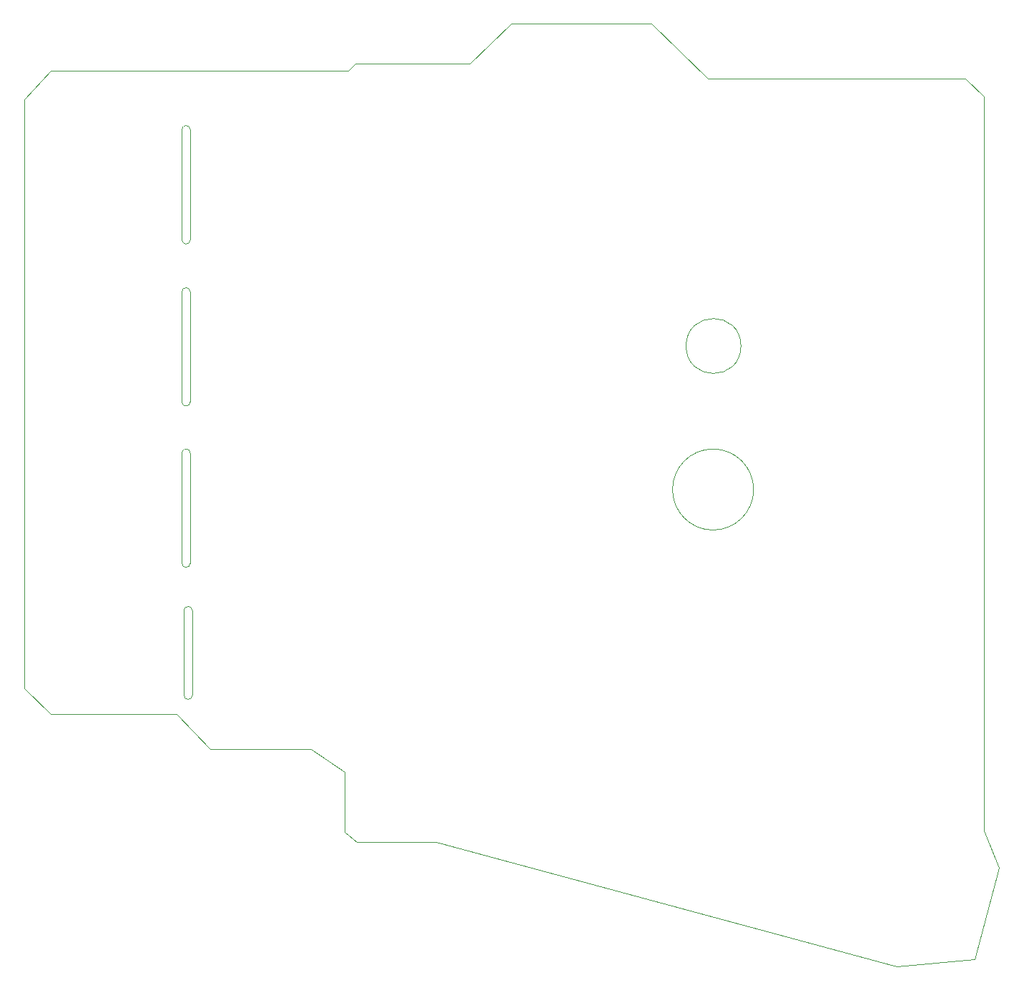
<source format=gbr>
G04 #@! TF.GenerationSoftware,KiCad,Pcbnew,(5.1.4)-1*
G04 #@! TF.CreationDate,2023-02-10T21:14:21-05:00*
G04 #@! TF.ProjectId,ThumbsUp,5468756d-6273-4557-902e-6b696361645f,rev?*
G04 #@! TF.SameCoordinates,Original*
G04 #@! TF.FileFunction,Profile,NP*
%FSLAX46Y46*%
G04 Gerber Fmt 4.6, Leading zero omitted, Abs format (unit mm)*
G04 Created by KiCad (PCBNEW (5.1.4)-1) date 2023-02-10 21:14:21*
%MOMM*%
%LPD*%
G04 APERTURE LIST*
%ADD10C,0.050000*%
G04 APERTURE END LIST*
D10*
X52132790Y-579412952D02*
X52132789Y-586512952D01*
X62732790Y-587712952D02*
X62932790Y-587712952D01*
X66932790Y-495512952D02*
X53382789Y-495512952D01*
X127814797Y-499410158D02*
X125632789Y-497262952D01*
X88432790Y-490762952D02*
X71882789Y-490762952D01*
X95132790Y-497262952D02*
X125632789Y-497262952D01*
X127834214Y-586338116D02*
X129632325Y-590788599D01*
X52132789Y-586512952D02*
X53532790Y-587712952D01*
X117532789Y-602412952D02*
X62932790Y-587712952D01*
X53382789Y-495512952D02*
X52532789Y-496362952D01*
X126754192Y-601550399D02*
X117532789Y-602412952D01*
X36182790Y-576662952D02*
X48132789Y-576662952D01*
X32032789Y-572512952D02*
X19132789Y-572512952D01*
X19132790Y-496362952D02*
X52532789Y-496362952D01*
X62732790Y-587712952D02*
X53532790Y-587712952D01*
X17332790Y-496362952D02*
X14232789Y-499762952D01*
X36182790Y-576662952D02*
X32232790Y-572512952D01*
X66932790Y-495512952D02*
X71882789Y-490762952D01*
X32032789Y-572512952D02*
X32232790Y-572512952D01*
X88432790Y-490762952D02*
X95132790Y-497262952D01*
X126754192Y-601550399D02*
X129632325Y-590788599D01*
X14232789Y-569512952D02*
X17332789Y-572512952D01*
X33850000Y-554660000D02*
G75*
G02X32850000Y-554660000I-500000J0D01*
G01*
X32850000Y-522540000D02*
G75*
G02X33850000Y-522540000I500000J0D01*
G01*
X34100000Y-560300000D02*
X34100000Y-570300000D01*
X32850000Y-503340000D02*
G75*
G02X33850000Y-503340000I500000J0D01*
G01*
X52132790Y-579412952D02*
X48132789Y-576662952D01*
X32850000Y-522540000D02*
X32850000Y-535560000D01*
X19132789Y-572512952D02*
X17332789Y-572512952D01*
X17332790Y-496362952D02*
X19132790Y-496362952D01*
X32850000Y-541640000D02*
G75*
G02X33850000Y-541640000I500000J0D01*
G01*
X32850000Y-541640000D02*
X32850000Y-554660000D01*
X33850000Y-541640000D02*
X33850000Y-554660000D01*
X34100000Y-570300000D02*
G75*
G02X33100000Y-570300000I-500000J0D01*
G01*
X14232789Y-569512952D02*
X14232789Y-499762952D01*
X33850000Y-516360000D02*
G75*
G02X32850000Y-516360000I-500000J0D01*
G01*
X33100000Y-560300000D02*
X33100000Y-570300000D01*
X33850000Y-503340000D02*
X33850000Y-516360000D01*
X100550000Y-545950000D02*
G75*
G03X100550000Y-545950000I-4800000J0D01*
G01*
X127814797Y-499410158D02*
X127834214Y-586338116D01*
X99050000Y-528950000D02*
G75*
G03X99050000Y-528950000I-3250000J0D01*
G01*
X33850000Y-535560000D02*
G75*
G02X32850000Y-535560000I-500000J0D01*
G01*
X32850000Y-503340000D02*
X32850000Y-516360000D01*
X33850000Y-522540000D02*
X33850000Y-535560000D01*
X33100000Y-560300000D02*
G75*
G02X34100000Y-560300000I500000J0D01*
G01*
M02*

</source>
